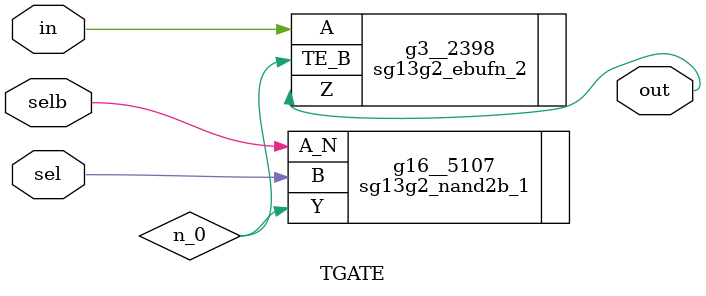
<source format=v>


// Verification Directory fv/TGATE 

module TGATE(in, sel, selb, out);
  input in, sel, selb;
  output out;
  wire in, sel, selb;
  wire out;
  wire n_0;
  sg13g2_ebufn_2 g3__2398(.A (in), .TE_B (n_0), .Z (out));
  sg13g2_nand2b_1 g16__5107(.A_N (selb), .B (sel), .Y (n_0));
endmodule


</source>
